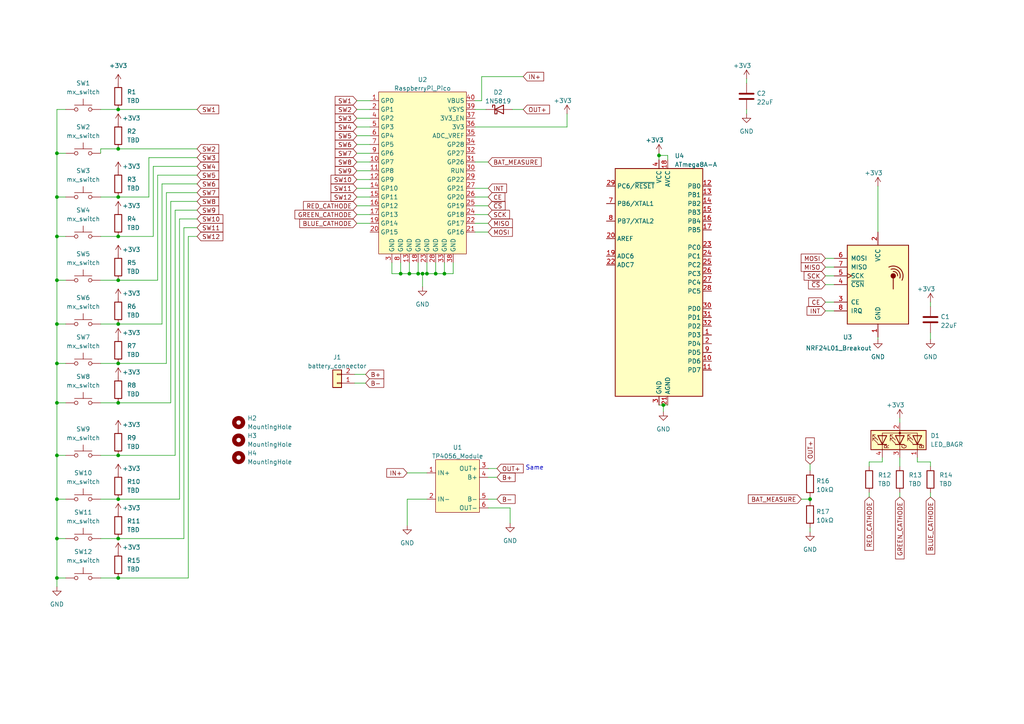
<source format=kicad_sch>
(kicad_sch (version 20211123) (generator eeschema)
  (paper "A4")
  (lib_symbols
    (symbol "Connector_Generic:Conn_01x02" (pin_names (offset 1.016) hide)
      (property "Reference" "J" (at 0 2.54 0))
      (property "Value" "Conn_01x02" (at 0 -5.08 0))
      (symbol "Conn_01x02_1_1"
        (rectangle (start -1.27 -2.413) (end 0 -2.667) (stroke (width 0.1524)))
        (rectangle (start -1.27 0.127) (end 0 -0.127) (stroke (width 0.1524)))
        (rectangle (start -1.27 1.27) (end 1.27 -3.81) (stroke (width 0.254)) (fill (type background)))
        (pin passive line (at -5.08 0 0) (length 3.81) (name "Pin_1") (number "1"))
        (pin passive line (at -5.08 -2.54 0) (length 3.81) (name "Pin_2") (number "2"))
      )
    )
    (symbol "Device:C" (pin_numbers hide) (pin_names (offset 0.254))
      (property "Reference" "C" (at 0.635 2.54 0))
      (property "Value" "C" (at 0.635 -2.54 0))
      (symbol "C_0_1"
        (polyline (pts (xy -2.032 -0.762) (xy 2.032 -0.762)) (stroke (width 0.508)))
        (polyline (pts (xy -2.032 0.762) (xy 2.032 0.762)) (stroke (width 0.508)))
      )
      (symbol "C_1_1"
        (pin passive line (at 0 3.81 270) (length 2.794) (name "~") (number "1"))
        (pin passive line (at 0 -3.81 90) (length 2.794) (name "~") (number "2"))
      )
    )
    (symbol "Device:LED_BAGR" (pin_names (offset 0) hide)
      (property "Reference" "D" (at 0 9.398 0))
      (property "Value" "LED_BAGR" (at 0 -8.89 0))
      (symbol "LED_BAGR_0_0"
        (text "B" (at -1.905 -6.35 0) (effects (font (size 1.27 1.27))))
        (text "G" (at -1.905 -1.27 0) (effects (font (size 1.27 1.27))))
        (text "R" (at -1.905 3.81 0) (effects (font (size 1.27 1.27))))
      )
      (symbol "LED_BAGR_0_1"
        (polyline (pts (xy -1.27 -5.08) (xy -2.54 -5.08)))
        (polyline (pts (xy -1.27 -5.08) (xy 1.27 -5.08)))
        (polyline (pts (xy -1.27 -3.81) (xy -1.27 -6.35)) (stroke (width 0.254)))
        (polyline (pts (xy -1.27 0) (xy -2.54 0)))
        (polyline (pts (xy -1.27 1.27) (xy -1.27 -1.27)) (stroke (width 0.254)))
        (polyline (pts (xy -1.27 5.08) (xy -2.54 5.08)))
        (polyline (pts (xy -1.27 5.08) (xy 1.27 5.08)))
        (polyline (pts (xy -1.27 6.35) (xy -1.27 3.81)) (stroke (width 0.254)))
        (polyline (pts (xy 1.27 0) (xy -1.27 0)))
        (polyline (pts (xy 1.27 0) (xy 2.54 0)))
        (polyline (pts (xy -1.27 1.27) (xy -1.27 -1.27) (xy -1.27 -1.27)))
        (polyline (pts (xy -1.27 6.35) (xy -1.27 3.81) (xy -1.27 3.81)))
        (polyline (pts (xy 1.27 -5.08) (xy 2.032 -5.08) (xy 2.032 5.08) (xy 1.27 5.08)))
        (polyline (pts (xy 1.27 -3.81) (xy 1.27 -6.35) (xy -1.27 -5.08) (xy 1.27 -3.81)) (stroke (width 0.254)))
        (polyline (pts (xy 1.27 1.27) (xy 1.27 -1.27) (xy -1.27 0) (xy 1.27 1.27)) (stroke (width 0.254)))
        (polyline (pts (xy 1.27 6.35) (xy 1.27 3.81) (xy -1.27 5.08) (xy 1.27 6.35)) (stroke (width 0.254)))
        (polyline (pts (xy -1.016 -3.81) (xy 0.508 -2.286) (xy -0.254 -2.286) (xy 0.508 -2.286) (xy 0.508 -3.048)))
        (polyline (pts (xy -1.016 1.27) (xy 0.508 2.794) (xy -0.254 2.794) (xy 0.508 2.794) (xy 0.508 2.032)))
        (polyline (pts (xy -1.016 6.35) (xy 0.508 7.874) (xy -0.254 7.874) (xy 0.508 7.874) (xy 0.508 7.112)))
        (polyline (pts (xy 0 -3.81) (xy 1.524 -2.286) (xy 0.762 -2.286) (xy 1.524 -2.286) (xy 1.524 -3.048)))
        (polyline (pts (xy 0 1.27) (xy 1.524 2.794) (xy 0.762 2.794) (xy 1.524 2.794) (xy 1.524 2.032)))
        (polyline (pts (xy 0 6.35) (xy 1.524 7.874) (xy 0.762 7.874) (xy 1.524 7.874) (xy 1.524 7.112)))
        (rectangle (start 1.27 -1.27) (end 1.27 1.27))
        (rectangle (start 1.27 1.27) (end 1.27 1.27))
        (rectangle (start 1.27 3.81) (end 1.27 6.35))
        (rectangle (start 1.27 6.35) (end 1.27 6.35))
        (circle (center 2.032 0) (radius 0.254) (fill (type outline)))
        (rectangle (start 2.794 8.382) (end -2.794 -7.62) (stroke (width 0.254)) (fill (type background)))
      )
      (symbol "LED_BAGR_1_1"
        (pin passive line (at -5.08 -5.08 0) (length 2.54) (name "BK") (number "1"))
        (pin passive line (at 5.08 0 180) (length 2.54) (name "A") (number "2"))
        (pin passive line (at -5.08 0 0) (length 2.54) (name "GK") (number "3"))
        (pin passive line (at -5.08 5.08 0) (length 2.54) (name "RK") (number "4"))
      )
    )
    (symbol "Device:R" (pin_numbers hide) (pin_names (offset 0))
      (property "Reference" "R" (at 2.032 0 90))
      (property "Value" "R" (at 0 0 90))
      (symbol "R_0_1"
        (rectangle (start -1.016 -2.54) (end 1.016 2.54) (stroke (width 0.254)))
      )
      (symbol "R_1_1"
        (pin passive line (at 0 3.81 270) (length 1.27) (name "~") (number "1"))
        (pin passive line (at 0 -3.81 90) (length 1.27) (name "~") (number "2"))
      )
    )
    (symbol "Diode:1N5819" (pin_numbers hide) (pin_names (offset 1.016) hide)
      (property "Reference" "D" (at 0 2.54 0))
      (property "Value" "1N5819" (at 0 -2.54 0))
      (symbol "1N5819_0_1"
        (polyline (pts (xy 1.27 0) (xy -1.27 0)))
        (polyline (pts (xy 1.27 1.27) (xy 1.27 -1.27) (xy -1.27 0) (xy 1.27 1.27)) (stroke (width 0.254)))
        (polyline (pts (xy -1.905 0.635) (xy -1.905 1.27) (xy -1.27 1.27) (xy -1.27 -1.27) (xy -0.635 -1.27) (xy -0.635 -0.635)) (stroke (width 0.254)))
      )
      (symbol "1N5819_1_1"
        (pin passive line (at -3.81 0 0) (length 2.54) (name "K") (number "1"))
        (pin passive line (at 3.81 0 180) (length 2.54) (name "A") (number "2"))
      )
    )
    (symbol "MCU_Microchip_ATmega:ATmega8A-A"
      (property "Reference" "U" (at -12.7 34.29 0))
      (property "Value" "ATmega8A-A" (at 5.08 -34.29 0))
      (symbol "ATmega8A-A_0_1"
        (rectangle (start -12.7 -33.02) (end 12.7 33.02) (stroke (width 0.254)) (fill (type background)))
      )
      (symbol "ATmega8A-A_1_1"
        (pin bidirectional line (at 15.24 -15.24 180) (length 2.54) (name "PD3") (number "1"))
        (pin bidirectional line (at 15.24 -22.86 180) (length 2.54) (name "PD6") (number "10"))
        (pin bidirectional line (at 15.24 -25.4 180) (length 2.54) (name "PD7") (number "11"))
        (pin bidirectional line (at 15.24 27.94 180) (length 2.54) (name "PB0") (number "12"))
        (pin bidirectional line (at 15.24 25.4 180) (length 2.54) (name "PB1") (number "13"))
        (pin bidirectional line (at 15.24 22.86 180) (length 2.54) (name "PB2") (number "14"))
        (pin bidirectional line (at 15.24 20.32 180) (length 2.54) (name "PB3") (number "15"))
        (pin bidirectional line (at 15.24 17.78 180) (length 2.54) (name "PB4") (number "16"))
        (pin bidirectional line (at 15.24 15.24 180) (length 2.54) (name "PB5") (number "17"))
        (pin power_in line (at 2.54 35.56 270) (length 2.54) (name "AVCC") (number "18"))
        (pin input line (at -15.24 7.62 0) (length 2.54) (name "ADC6") (number "19"))
        (pin bidirectional line (at 15.24 -17.78 180) (length 2.54) (name "PD4") (number "2"))
        (pin passive line (at -15.24 12.7 0) (length 2.54) (name "AREF") (number "20"))
        (pin power_in line (at 2.54 -35.56 90) (length 2.54) (name "AGND") (number "21"))
        (pin input line (at -15.24 5.08 0) (length 2.54) (name "ADC7") (number "22"))
        (pin bidirectional line (at 15.24 10.16 180) (length 2.54) (name "PC0") (number "23"))
        (pin bidirectional line (at 15.24 7.62 180) (length 2.54) (name "PC1") (number "24"))
        (pin bidirectional line (at 15.24 5.08 180) (length 2.54) (name "PC2") (number "25"))
        (pin bidirectional line (at 15.24 2.54 180) (length 2.54) (name "PC3") (number "26"))
        (pin bidirectional line (at 15.24 0 180) (length 2.54) (name "PC4") (number "27"))
        (pin bidirectional line (at 15.24 -2.54 180) (length 2.54) (name "PC5") (number "28"))
        (pin bidirectional line (at -15.24 27.94 0) (length 2.54) (name "PC6/~{RESET}") (number "29"))
        (pin power_in line (at 0 -35.56 90) (length 2.54) (name "GND") (number "3"))
        (pin bidirectional line (at 15.24 -7.62 180) (length 2.54) (name "PD0") (number "30"))
        (pin bidirectional line (at 15.24 -10.16 180) (length 2.54) (name "PD1") (number "31"))
        (pin bidirectional line (at 15.24 -12.7 180) (length 2.54) (name "PD2") (number "32"))
        (pin power_in line (at 0 35.56 270) (length 2.54) (name "VCC") (number "4"))
        (pin passive line (at 0 -35.56 90) (length 2.54) hide (name "GND") (number "5"))
        (pin passive line (at 0 35.56 270) (length 2.54) hide (name "VCC") (number "6"))
        (pin bidirectional line (at -15.24 22.86 0) (length 2.54) (name "PB6/XTAL1") (number "7"))
        (pin bidirectional line (at -15.24 17.78 0) (length 2.54) (name "PB7/XTAL2") (number "8"))
        (pin bidirectional line (at 15.24 -20.32 180) (length 2.54) (name "PD5") (number "9"))
      )
    )
    (symbol "Mechanical:MountingHole" (pin_names (offset 1.016))
      (property "Reference" "H" (at 0 5.08 0))
      (property "Value" "MountingHole" (at 0 3.175 0))
      (symbol "MountingHole_0_1"
        (circle (center 0 0) (radius 1.27) (stroke (width 1.27)))
      )
    )
    (symbol "RF:NRF24L01_Breakout" (pin_names (offset 1.016))
      (property "Reference" "U" (at -8.89 12.7 0))
      (property "Value" "NRF24L01_Breakout" (at 3.81 12.7 0))
      (symbol "NRF24L01_Breakout_0_1"
        (rectangle (start -8.89 11.43) (end 8.89 -11.43) (stroke (width 0.254)) (fill (type background)))
        (polyline (pts (xy 4.445 1.905) (xy 4.445 -1.27)) (stroke (width 0.254)))
        (circle (center 4.445 2.54) (radius 0.635) (stroke (width 0.254)) (fill (type outline)))
        (arc (start 5.715 2.54) (mid 5.3521 3.4546) (end 4.445 3.81) (stroke (width 0.254)))
        (arc (start 6.35 1.905) (mid 5.8763 3.9854) (end 3.81 4.445) (stroke (width 0.254)))
        (arc (start 6.985 1.27) (mid 6.453 4.548) (end 3.175 5.08) (stroke (width 0.254)))
      )
      (symbol "NRF24L01_Breakout_1_1"
        (pin power_in line (at 0 -15.24 90) (length 3.81) (name "GND") (number "1"))
        (pin power_in line (at 0 15.24 270) (length 3.81) (name "VCC") (number "2"))
        (pin input line (at -12.7 -5.08 0) (length 3.81) (name "CE") (number "3"))
        (pin input line (at -12.7 0 0) (length 3.81) (name "~{CSN}") (number "4"))
        (pin input clock (at -12.7 2.54 0) (length 3.81) (name "SCK") (number "5"))
        (pin input line (at -12.7 7.62 0) (length 3.81) (name "MOSI") (number "6"))
        (pin output line (at -12.7 5.08 0) (length 3.81) (name "MISO") (number "7"))
        (pin output line (at -12.7 -7.62 0) (length 3.81) (name "IRQ") (number "8"))
      )
    )
    (symbol "Switch:SW_Push" (pin_numbers hide) (pin_names (offset 1.016) hide)
      (property "Reference" "SW" (at 1.27 2.54 0))
      (property "Value" "SW_Push" (at 0 -1.524 0))
      (symbol "SW_Push_0_1"
        (circle (center -2.032 0) (radius 0.508))
        (polyline (pts (xy 0 1.27) (xy 0 3.048)))
        (polyline (pts (xy 2.54 1.27) (xy -2.54 1.27)))
        (circle (center 2.032 0) (radius 0.508))
        (pin passive line (at -5.08 0 0) (length 2.54) (name "1") (number "1"))
        (pin passive line (at 5.08 0 180) (length 2.54) (name "2") (number "2"))
      )
    )
    (symbol "pi_pico:RaspberryPi_Pico"
      (property "Reference" "U" (at 0 5.08 0))
      (property "Value" "RaspberryPi_Pico" (at 0 2.54 0))
      (symbol "RaspberryPi_Pico_0_1"
        (rectangle (start -11.43 1.27) (end 13.97 -45.72) (fill (type background)))
      )
      (symbol "RaspberryPi_Pico_1_1"
        (pin input line (at -13.97 -1.27 0) (length 2.54) (name "GP0") (number "1"))
        (pin input line (at -13.97 -19.05 0) (length 2.54) (name "GP7") (number "10"))
        (pin input line (at -13.97 -21.59 0) (length 2.54) (name "GP8") (number "11"))
        (pin input line (at -13.97 -24.13 0) (length 2.54) (name "GP9") (number "12"))
        (pin input line (at -2.54 -48.26 90) (length 2.54) (name "GND") (number "13"))
        (pin input line (at -13.97 -26.67 0) (length 2.54) (name "GP10") (number "14"))
        (pin input line (at -13.97 -29.21 0) (length 2.54) (name "GP11") (number "15"))
        (pin input line (at -13.97 -31.75 0) (length 2.54) (name "GP12") (number "16"))
        (pin input line (at -13.97 -34.29 0) (length 2.54) (name "GP13") (number "17"))
        (pin input line (at 0 -48.26 90) (length 2.54) (name "GND") (number "18"))
        (pin input line (at -13.97 -36.83 0) (length 2.54) (name "GP14") (number "19"))
        (pin input line (at -13.97 -3.81 0) (length 2.54) (name "GP1") (number "2"))
        (pin input line (at -13.97 -39.37 0) (length 2.54) (name "GP15") (number "20"))
        (pin input line (at 16.51 -39.37 180) (length 2.54) (name "GP16") (number "21"))
        (pin input line (at 16.51 -36.83 180) (length 2.54) (name "GP17") (number "22"))
        (pin input line (at 2.54 -48.26 90) (length 2.54) (name "GND") (number "23"))
        (pin input line (at 16.51 -34.29 180) (length 2.54) (name "GP18") (number "24"))
        (pin input line (at 16.51 -31.75 180) (length 2.54) (name "GP19") (number "25"))
        (pin input line (at 16.51 -29.21 180) (length 2.54) (name "GP20") (number "26"))
        (pin input line (at 16.51 -26.67 180) (length 2.54) (name "GP21") (number "27"))
        (pin input line (at 5.08 -48.26 90) (length 2.54) (name "GND") (number "28"))
        (pin input line (at 16.51 -24.13 180) (length 2.54) (name "GP22") (number "29"))
        (pin input line (at -7.62 -48.26 90) (length 2.54) (name "GND") (number "3"))
        (pin input line (at 16.51 -21.59 180) (length 2.54) (name "RUN") (number "30"))
        (pin input line (at 16.51 -19.05 180) (length 2.54) (name "GP26") (number "31"))
        (pin input line (at 16.51 -16.51 180) (length 2.54) (name "GP27") (number "32"))
        (pin input line (at 7.62 -48.26 90) (length 2.54) (name "GND") (number "33"))
        (pin input line (at 16.51 -13.97 180) (length 2.54) (name "GP28") (number "34"))
        (pin input line (at 16.51 -11.43 180) (length 2.54) (name "ADC_VREF") (number "35"))
        (pin input line (at 16.51 -8.89 180) (length 2.54) (name "3V3") (number "36"))
        (pin input line (at 16.51 -6.35 180) (length 2.54) (name "3V3_EN") (number "37"))
        (pin input line (at 10.16 -48.26 90) (length 2.54) (name "GND") (number "38"))
        (pin input line (at 16.51 -3.81 180) (length 2.54) (name "VSYS") (number "39"))
        (pin input line (at -13.97 -6.35 0) (length 2.54) (name "GP2") (number "4"))
        (pin input line (at 16.51 -1.27 180) (length 2.54) (name "VBUS") (number "40"))
        (pin input line (at -13.97 -8.89 0) (length 2.54) (name "GP3") (number "5"))
        (pin input line (at -13.97 -11.43 0) (length 2.54) (name "GP4") (number "6"))
        (pin input line (at -13.97 -13.97 0) (length 2.54) (name "GP5") (number "7"))
        (pin input line (at -5.08 -48.26 90) (length 2.54) (name "GND") (number "8"))
        (pin input line (at -13.97 -16.51 0) (length 2.54) (name "GP6") (number "9"))
      )
    )
    (symbol "power:+3V3" (power) (pin_names (offset 0))
      (property "Value" "+3V3" (at 0 3.556 0))
      (symbol "+3V3_0_1"
        (polyline (pts (xy -0.762 1.27) (xy 0 2.54)))
        (polyline (pts (xy 0 0) (xy 0 2.54)))
        (polyline (pts (xy 0 2.54) (xy 0.762 1.27)))
      )
      (symbol "+3V3_1_1"
        (pin power_in line (at 0 0 90) (length 0) hide (name "+3V3") (number "1"))
      )
    )
    (symbol "power:GND" (power) (pin_names (offset 0))
      (property "Value" "GND" (at 0 -3.81 0))
      (symbol "GND_0_1"
        (polyline (pts (xy 0 0) (xy 0 -1.27) (xy 1.27 -1.27) (xy 0 -2.54) (xy -1.27 -1.27) (xy 0 -1.27)))
      )
      (symbol "GND_1_1"
        (pin power_in line (at 0 0 270) (length 0) hide (name "GND") (number "1"))
      )
    )
    (symbol "tp4056_module:TP4056_Module"
      (property "Reference" "U" (at 0 10.16 0))
      (property "Value" "TP4056_Module" (at 0 7.62 0))
      (symbol "TP4056_Module_0_1"
        (rectangle (start -6.35 6.35) (end 6.35 -8.89) (fill (type background)))
      )
      (symbol "TP4056_Module_1_1"
        (pin input line (at -8.89 2.54 0) (length 2.54) (name "IN+") (number "1"))
        (pin input line (at -8.89 -5.08 0) (length 2.54) (name "IN-") (number "2"))
        (pin input line (at 8.89 3.81 180) (length 2.54) (name "OUT+") (number "3"))
        (pin input line (at 8.89 1.27 180) (length 2.54) (name "B+") (number "4"))
        (pin input line (at 8.89 -5.08 180) (length 2.54) (name "B-") (number "5"))
        (pin input line (at 8.89 -7.62 180) (length 2.54) (name "OUT-") (number "6"))
      )
    )
  )
  (junction (at 16.51 156.21))
  (junction (at 16.51 105.41))
  (junction (at 34.29 57.15))
  (junction (at 118.745 79.375))
  (junction (at 34.29 156.21))
  (junction (at 16.51 132.08))
  (junction (at 16.51 93.98))
  (junction (at 34.29 116.84))
  (junction (at 34.29 81.28))
  (junction (at 16.51 44.45))
  (junction (at 34.29 132.08))
  (junction (at 123.825 79.375))
  (junction (at 191.135 45.085))
  (junction (at 122.555 79.375))
  (junction (at 34.29 167.64))
  (junction (at 128.905 79.375))
  (junction (at 16.51 57.15))
  (junction (at 16.51 144.78))
  (junction (at 34.29 43.18))
  (junction (at 34.29 105.41))
  (junction (at 126.365 79.375))
  (junction (at 16.51 116.84))
  (junction (at 234.95 144.78))
  (junction (at 34.29 144.78))
  (junction (at 116.205 79.375))
  (junction (at 121.285 79.375))
  (junction (at 34.29 31.75))
  (junction (at 16.51 167.64))
  (junction (at 192.405 117.475))
  (junction (at 34.29 93.98))
  (junction (at 16.51 81.28))
  (junction (at 34.29 68.58))
  (junction (at 16.51 68.58))
  (wire (pts (xy 16.51 81.28) (xy 16.51 93.98)))
  (wire (pts (xy 103.505 44.45) (xy 107.315 44.45)))
  (wire (pts (xy 254.635 97.79) (xy 254.635 98.425)))
  (wire (pts (xy 141.605 138.43) (xy 144.145 138.43)))
  (wire (pts (xy 16.51 31.75) (xy 19.05 31.75)))
  (wire (pts (xy 44.45 68.58) (xy 34.29 68.58)))
  (wire (pts (xy 141.605 135.89) (xy 144.145 135.89)))
  (wire (pts (xy 260.985 132.715) (xy 260.985 135.255)))
  (wire (pts (xy 216.535 31.75) (xy 216.535 33.02)))
  (wire (pts (xy 16.51 44.45) (xy 19.05 44.45)))
  (wire (pts (xy 239.395 82.55) (xy 241.935 82.55)))
  (wire (pts (xy 57.15 48.26) (xy 44.45 48.26)))
  (wire (pts (xy 103.505 57.15) (xy 107.315 57.15)))
  (wire (pts (xy 164.465 36.83) (xy 137.795 36.83)))
  (wire (pts (xy 54.61 167.64) (xy 54.61 68.58)))
  (wire (pts (xy 118.745 79.375) (xy 121.285 79.375)))
  (wire (pts (xy 49.53 116.84) (xy 34.29 116.84)))
  (wire (pts (xy 116.205 79.375) (xy 118.745 79.375)))
  (wire (pts (xy 137.795 64.77) (xy 141.605 64.77)))
  (wire (pts (xy 103.505 31.75) (xy 107.315 31.75)))
  (wire (pts (xy 118.745 76.2) (xy 118.745 79.375)))
  (wire (pts (xy 239.395 80.01) (xy 241.935 80.01)))
  (wire (pts (xy 29.21 43.18) (xy 29.21 44.45)))
  (wire (pts (xy 139.7 29.21) (xy 139.7 22.225)))
  (wire (pts (xy 103.505 64.77) (xy 107.315 64.77)))
  (wire (pts (xy 193.675 45.085) (xy 193.675 46.355)))
  (wire (pts (xy 191.135 45.085) (xy 193.675 45.085)))
  (wire (pts (xy 29.21 81.28) (xy 34.29 81.28)))
  (wire (pts (xy 269.875 96.52) (xy 269.875 98.425)))
  (wire (pts (xy 52.07 63.5) (xy 57.15 63.5)))
  (wire (pts (xy 191.135 117.475) (xy 192.405 117.475)))
  (wire (pts (xy 16.51 105.41) (xy 16.51 116.84)))
  (wire (pts (xy 137.795 46.99) (xy 141.605 46.99)))
  (wire (pts (xy 16.51 167.64) (xy 19.05 167.64)))
  (wire (pts (xy 118.11 137.16) (xy 123.825 137.16)))
  (wire (pts (xy 191.135 44.45) (xy 191.135 45.085)))
  (wire (pts (xy 103.505 52.07) (xy 107.315 52.07)))
  (wire (pts (xy 34.29 57.15) (xy 29.21 57.15)))
  (wire (pts (xy 34.29 81.28) (xy 45.72 81.28)))
  (wire (pts (xy 147.955 151.765) (xy 147.955 147.32)))
  (wire (pts (xy 239.395 77.47) (xy 241.935 77.47)))
  (wire (pts (xy 16.51 116.84) (xy 19.05 116.84)))
  (wire (pts (xy 260.985 142.875) (xy 260.985 144.145)))
  (wire (pts (xy 126.365 79.375) (xy 128.905 79.375)))
  (wire (pts (xy 192.405 117.475) (xy 192.405 119.38)))
  (wire (pts (xy 57.15 53.34) (xy 46.99 53.34)))
  (wire (pts (xy 141.605 147.32) (xy 147.955 147.32)))
  (wire (pts (xy 48.26 55.88) (xy 57.15 55.88)))
  (wire (pts (xy 252.095 133.985) (xy 252.095 135.255)))
  (wire (pts (xy 103.505 39.37) (xy 107.315 39.37)))
  (wire (pts (xy 103.505 34.29) (xy 107.315 34.29)))
  (wire (pts (xy 103.505 62.23) (xy 107.315 62.23)))
  (wire (pts (xy 137.795 59.69) (xy 141.605 59.69)))
  (wire (pts (xy 103.505 49.53) (xy 107.315 49.53)))
  (wire (pts (xy 102.87 108.585) (xy 106.045 108.585)))
  (wire (pts (xy 16.51 57.15) (xy 16.51 68.58)))
  (wire (pts (xy 52.07 144.78) (xy 52.07 63.5)))
  (wire (pts (xy 16.51 132.08) (xy 16.51 144.78)))
  (wire (pts (xy 34.29 116.84) (xy 29.21 116.84)))
  (wire (pts (xy 49.53 58.42) (xy 49.53 116.84)))
  (wire (pts (xy 121.285 79.375) (xy 122.555 79.375)))
  (wire (pts (xy 123.825 79.375) (xy 126.365 79.375)))
  (wire (pts (xy 121.285 76.2) (xy 121.285 79.375)))
  (wire (pts (xy 137.795 57.15) (xy 141.605 57.15)))
  (wire (pts (xy 50.8 132.08) (xy 50.8 60.96)))
  (wire (pts (xy 260.985 121.285) (xy 260.985 122.555)))
  (wire (pts (xy 234.95 154.305) (xy 234.95 153.035)))
  (wire (pts (xy 16.51 57.15) (xy 16.51 44.45)))
  (wire (pts (xy 16.51 68.58) (xy 16.51 81.28)))
  (wire (pts (xy 252.095 142.875) (xy 252.095 144.145)))
  (wire (pts (xy 43.18 45.72) (xy 43.18 57.15)))
  (wire (pts (xy 16.51 144.78) (xy 16.51 156.21)))
  (wire (pts (xy 128.905 79.375) (xy 131.445 79.375)))
  (wire (pts (xy 255.905 133.985) (xy 252.095 133.985)))
  (wire (pts (xy 113.665 79.375) (xy 113.665 76.2)))
  (wire (pts (xy 29.21 105.41) (xy 34.29 105.41)))
  (wire (pts (xy 116.205 76.2) (xy 116.205 79.375)))
  (wire (pts (xy 16.51 68.58) (xy 19.05 68.58)))
  (wire (pts (xy 193.675 117.475) (xy 192.405 117.475)))
  (wire (pts (xy 34.29 43.18) (xy 29.21 43.18)))
  (wire (pts (xy 148.59 31.75) (xy 151.765 31.75)))
  (wire (pts (xy 254.635 53.975) (xy 254.635 67.31)))
  (wire (pts (xy 34.29 144.78) (xy 52.07 144.78)))
  (wire (pts (xy 232.41 144.78) (xy 234.95 144.78)))
  (wire (pts (xy 103.505 29.21) (xy 107.315 29.21)))
  (wire (pts (xy 103.505 41.91) (xy 107.315 41.91)))
  (wire (pts (xy 43.18 57.15) (xy 34.29 57.15)))
  (wire (pts (xy 269.875 88.9) (xy 269.875 87.63)))
  (wire (pts (xy 16.51 144.78) (xy 19.05 144.78)))
  (wire (pts (xy 103.505 59.69) (xy 107.315 59.69)))
  (wire (pts (xy 34.29 167.64) (xy 29.21 167.64)))
  (wire (pts (xy 234.95 134.62) (xy 234.95 136.525)))
  (wire (pts (xy 57.15 58.42) (xy 49.53 58.42)))
  (wire (pts (xy 137.795 62.23) (xy 141.605 62.23)))
  (wire (pts (xy 16.51 105.41) (xy 19.05 105.41)))
  (wire (pts (xy 16.51 81.28) (xy 19.05 81.28)))
  (wire (pts (xy 239.395 74.93) (xy 241.935 74.93)))
  (wire (pts (xy 103.505 54.61) (xy 107.315 54.61)))
  (wire (pts (xy 46.99 53.34) (xy 46.99 93.98)))
  (wire (pts (xy 191.135 45.085) (xy 191.135 46.355)))
  (wire (pts (xy 103.505 36.83) (xy 107.315 36.83)))
  (wire (pts (xy 164.465 33.02) (xy 164.465 36.83)))
  (wire (pts (xy 137.795 67.31) (xy 141.605 67.31)))
  (wire (pts (xy 16.51 57.15) (xy 19.05 57.15)))
  (wire (pts (xy 16.51 44.45) (xy 16.51 31.75)))
  (wire (pts (xy 239.395 87.63) (xy 241.935 87.63)))
  (wire (pts (xy 29.21 93.98) (xy 34.29 93.98)))
  (wire (pts (xy 137.795 29.21) (xy 139.7 29.21)))
  (wire (pts (xy 266.065 132.715) (xy 266.065 133.985)))
  (wire (pts (xy 139.7 22.225) (xy 151.765 22.225)))
  (wire (pts (xy 16.51 93.98) (xy 16.51 105.41)))
  (wire (pts (xy 34.29 93.98) (xy 46.99 93.98)))
  (wire (pts (xy 57.15 45.72) (xy 43.18 45.72)))
  (wire (pts (xy 103.505 46.99) (xy 107.315 46.99)))
  (wire (pts (xy 34.29 68.58) (xy 29.21 68.58)))
  (wire (pts (xy 216.535 22.86) (xy 216.535 24.13)))
  (wire (pts (xy 16.51 156.21) (xy 19.05 156.21)))
  (wire (pts (xy 34.29 156.21) (xy 53.34 156.21)))
  (wire (pts (xy 122.555 79.375) (xy 123.825 79.375)))
  (wire (pts (xy 118.11 144.78) (xy 118.11 152.4)))
  (wire (pts (xy 50.8 60.96) (xy 57.15 60.96)))
  (wire (pts (xy 45.72 81.28) (xy 45.72 50.8)))
  (wire (pts (xy 137.795 31.75) (xy 140.97 31.75)))
  (wire (pts (xy 54.61 68.58) (xy 57.15 68.58)))
  (wire (pts (xy 239.395 90.17) (xy 241.935 90.17)))
  (wire (pts (xy 141.605 144.78) (xy 144.145 144.78)))
  (wire (pts (xy 34.29 105.41) (xy 48.26 105.41)))
  (wire (pts (xy 16.51 167.64) (xy 16.51 170.18)))
  (wire (pts (xy 113.665 79.375) (xy 116.205 79.375)))
  (wire (pts (xy 29.21 132.08) (xy 34.29 132.08)))
  (wire (pts (xy 29.21 144.78) (xy 34.29 144.78)))
  (wire (pts (xy 234.95 144.145) (xy 234.95 144.78)))
  (wire (pts (xy 269.875 142.875) (xy 269.875 144.145)))
  (wire (pts (xy 48.26 105.41) (xy 48.26 55.88)))
  (wire (pts (xy 44.45 48.26) (xy 44.45 68.58)))
  (wire (pts (xy 128.905 76.2) (xy 128.905 79.375)))
  (wire (pts (xy 34.29 132.08) (xy 50.8 132.08)))
  (wire (pts (xy 123.825 76.2) (xy 123.825 79.375)))
  (wire (pts (xy 34.29 31.75) (xy 29.21 31.75)))
  (wire (pts (xy 57.15 43.18) (xy 34.29 43.18)))
  (wire (pts (xy 29.21 156.21) (xy 34.29 156.21)))
  (wire (pts (xy 118.11 144.78) (xy 123.825 144.78)))
  (wire (pts (xy 234.95 144.78) (xy 234.95 145.415)))
  (wire (pts (xy 16.51 132.08) (xy 19.05 132.08)))
  (wire (pts (xy 16.51 93.98) (xy 19.05 93.98)))
  (wire (pts (xy 255.905 132.715) (xy 255.905 133.985)))
  (wire (pts (xy 102.87 111.125) (xy 106.045 111.125)))
  (wire (pts (xy 16.51 116.84) (xy 16.51 132.08)))
  (wire (pts (xy 34.29 31.75) (xy 57.15 31.75)))
  (wire (pts (xy 269.875 133.985) (xy 269.875 135.255)))
  (wire (pts (xy 122.555 83.185) (xy 122.555 79.375)))
  (wire (pts (xy 53.34 66.04) (xy 57.15 66.04)))
  (wire (pts (xy 34.29 167.64) (xy 54.61 167.64)))
  (wire (pts (xy 137.795 54.61) (xy 141.605 54.61)))
  (wire (pts (xy 131.445 76.2) (xy 131.445 79.375)))
  (wire (pts (xy 16.51 156.21) (xy 16.51 167.64)))
  (wire (pts (xy 266.065 133.985) (xy 269.875 133.985)))
  (wire (pts (xy 45.72 50.8) (xy 57.15 50.8)))
  (wire (pts (xy 53.34 156.21) (xy 53.34 66.04)))
  (wire (pts (xy 126.365 76.2) (xy 126.365 79.375)))
  (text "Same" (at 152.4 136.525 0) (effects (font (size 1.27 1.27)) (justify left bottom)))
  (global_label "MOSI" (shape input) (at 141.605 67.31 0) (property "Intersheet References" "${INTERSHEET_REFS}" (effects hide)))
  (global_label "IN+" (shape input) (at 151.765 22.225 0) (property "Intersheet References" "${INTERSHEET_REFS}" (effects hide)))
  (global_label "SW9" (shape input) (at 57.15 60.96 0) (property "Intersheet References" "${INTERSHEET_REFS}" (effects hide)))
  (global_label "SW4" (shape input) (at 57.15 48.26 0) (property "Intersheet References" "${INTERSHEET_REFS}" (effects hide)))
  (global_label "~{CS}" (shape input) (at 141.605 59.69 0) (property "Intersheet References" "${INTERSHEET_REFS}" (effects hide)))
  (global_label "SW2" (shape input) (at 57.15 43.18 0) (property "Intersheet References" "${INTERSHEET_REFS}" (effects hide)))
  (global_label "OUT+" (shape input) (at 151.765 31.75 0) (property "Intersheet References" "${INTERSHEET_REFS}" (effects hide)))
  (global_label "INT" (shape input) (at 239.395 90.17 180) (property "Intersheet References" "${INTERSHEET_REFS}" (effects hide)))
  (global_label "BLUE_CATHODE" (shape input) (at 269.875 144.145 270) (property "Intersheet References" "${INTERSHEET_REFS}" (effects hide)))
  (global_label "GREEN_CATHODE" (shape input) (at 103.505 62.23 180) (property "Intersheet References" "${INTERSHEET_REFS}" (effects hide)))
  (global_label "BAT_MEASURE" (shape input) (at 232.41 144.78 180) (property "Intersheet References" "${INTERSHEET_REFS}" (effects hide)))
  (global_label "SW2" (shape input) (at 103.505 31.75 180) (property "Intersheet References" "${INTERSHEET_REFS}" (effects hide)))
  (global_label "SW5" (shape input) (at 103.505 39.37 180) (property "Intersheet References" "${INTERSHEET_REFS}" (effects hide)))
  (global_label "SW6" (shape input) (at 103.505 41.91 180) (property "Intersheet References" "${INTERSHEET_REFS}" (effects hide)))
  (global_label "RED_CATHODE" (shape input) (at 252.095 144.145 270) (property "Intersheet References" "${INTERSHEET_REFS}" (effects hide)))
  (global_label "GREEN_CATHODE" (shape input) (at 260.985 144.145 270) (property "Intersheet References" "${INTERSHEET_REFS}" (effects hide)))
  (global_label "SCK" (shape input) (at 239.395 80.01 180) (property "Intersheet References" "${INTERSHEET_REFS}" (effects hide)))
  (global_label "SW9" (shape input) (at 103.505 49.53 180) (property "Intersheet References" "${INTERSHEET_REFS}" (effects hide)))
  (global_label "SW10" (shape input) (at 57.15 63.5 0) (property "Intersheet References" "${INTERSHEET_REFS}" (effects hide)))
  (global_label "OUT+" (shape input) (at 144.145 135.89 0) (property "Intersheet References" "${INTERSHEET_REFS}" (effects hide)))
  (global_label "CE" (shape input) (at 239.395 87.63 180) (property "Intersheet References" "${INTERSHEET_REFS}" (effects hide)))
  (global_label "RED_CATHODE" (shape input) (at 103.505 59.69 180) (property "Intersheet References" "${INTERSHEET_REFS}" (effects hide)))
  (global_label "SW7" (shape input) (at 103.505 44.45 180) (property "Intersheet References" "${INTERSHEET_REFS}" (effects hide)))
  (global_label "BLUE_CATHODE" (shape input) (at 103.505 64.77 180) (property "Intersheet References" "${INTERSHEET_REFS}" (effects hide)))
  (global_label "MOSI" (shape input) (at 239.395 74.93 180) (property "Intersheet References" "${INTERSHEET_REFS}" (effects hide)))
  (global_label "SCK" (shape input) (at 141.605 62.23 0) (property "Intersheet References" "${INTERSHEET_REFS}" (effects hide)))
  (global_label "B+" (shape input) (at 106.045 108.585 0) (property "Intersheet References" "${INTERSHEET_REFS}" (effects hide)))
  (global_label "MISO" (shape input) (at 239.395 77.47 180) (property "Intersheet References" "${INTERSHEET_REFS}" (effects hide)))
  (global_label "SW11" (shape input) (at 57.15 66.04 0) (property "Intersheet References" "${INTERSHEET_REFS}" (effects hide)))
  (global_label "OUT+" (shape input) (at 234.95 134.62 90) (property "Intersheet References" "${INTERSHEET_REFS}" (effects hide)))
  (global_label "SW4" (shape input) (at 103.505 36.83 180) (property "Intersheet References" "${INTERSHEET_REFS}" (effects hide)))
  (global_label "SW5" (shape input) (at 57.15 50.8 0) (property "Intersheet References" "${INTERSHEET_REFS}" (effects hide)))
  (global_label "SW8" (shape input) (at 57.15 58.42 0) (property "Intersheet References" "${INTERSHEET_REFS}" (effects hide)))
  (global_label "SW3" (shape input) (at 103.505 34.29 180) (property "Intersheet References" "${INTERSHEET_REFS}" (effects hide)))
  (global_label "BAT_MEASURE" (shape input) (at 141.605 46.99 0) (property "Intersheet References" "${INTERSHEET_REFS}" (effects hide)))
  (global_label "SW10" (shape input) (at 103.505 52.07 180) (property "Intersheet References" "${INTERSHEET_REFS}" (effects hide)))
  (global_label "SW8" (shape input) (at 103.505 46.99 180) (property "Intersheet References" "${INTERSHEET_REFS}" (effects hide)))
  (global_label "SW6" (shape input) (at 57.15 53.34 0) (property "Intersheet References" "${INTERSHEET_REFS}" (effects hide)))
  (global_label "SW12" (shape input) (at 57.15 68.58 0) (property "Intersheet References" "${INTERSHEET_REFS}" (effects hide)))
  (global_label "SW1" (shape input) (at 57.15 31.75 0) (property "Intersheet References" "${INTERSHEET_REFS}" (effects hide)))
  (global_label "SW11" (shape input) (at 103.505 54.61 180) (property "Intersheet References" "${INTERSHEET_REFS}" (effects hide)))
  (global_label "MISO" (shape input) (at 141.605 64.77 0) (property "Intersheet References" "${INTERSHEET_REFS}" (effects hide)))
  (global_label "IN+" (shape input) (at 118.11 137.16 180) (property "Intersheet References" "${INTERSHEET_REFS}" (effects hide)))
  (global_label "~{CS}" (shape input) (at 239.395 82.55 180) (property "Intersheet References" "${INTERSHEET_REFS}" (effects hide)))
  (global_label "SW1" (shape input) (at 103.505 29.21 180) (property "Intersheet References" "${INTERSHEET_REFS}" (effects hide)))
  (global_label "INT" (shape input) (at 141.605 54.61 0) (property "Intersheet References" "${INTERSHEET_REFS}" (effects hide)))
  (global_label "SW3" (shape input) (at 57.15 45.72 0) (property "Intersheet References" "${INTERSHEET_REFS}" (effects hide)))
  (global_label "SW12" (shape input) (at 103.505 57.15 180) (property "Intersheet References" "${INTERSHEET_REFS}" (effects hide)))
  (global_label "B-" (shape input) (at 144.145 144.78 0) (property "Intersheet References" "${INTERSHEET_REFS}" (effects hide)))
  (global_label "B+" (shape input) (at 144.145 138.43 0) (property "Intersheet References" "${INTERSHEET_REFS}" (effects hide)))
  (global_label "CE" (shape input) (at 141.605 57.15 0) (property "Intersheet References" "${INTERSHEET_REFS}" (effects hide)))
  (global_label "SW7" (shape input) (at 57.15 55.88 0) (property "Intersheet References" "${INTERSHEET_REFS}" (effects hide)))
  (global_label "B-" (shape input) (at 106.045 111.125 0) (property "Intersheet References" "${INTERSHEET_REFS}" (effects hide)))
  (symbol (lib_id "Device:R") (at 34.29 53.34 0) (unit 1)
    (property "Reference" "R3" (at 36.83 52.0699 0) (effects (justify left)))
    (property "Value" "TBD" (at 36.83 54.6099 0) (effects (justify left)))
    (property "Footprint" "Resistor_SMD:R_1206_3216Metric" (effects hide))
  )
  (symbol (lib_id "power:GND") (at 122.555 83.185 0) (unit 1)
    (property "Reference" "#PWR09" (effects hide))
    (property "Value" "GND" (at 122.555 88.265 0))
  )
  (symbol (lib_id "power:GND") (at 269.875 98.425 0) (unit 1)
    (property "Reference" "#PWR0105" (effects hide))
    (property "Value" "GND" (at 269.875 103.505 0))
  )
  (symbol (lib_id "power:GND") (at 234.95 154.305 0) (unit 1)
    (property "Reference" "#PWR0101" (effects hide))
    (property "Value" "GND" (at 234.95 159.385 0))
  )
  (symbol (lib_id "Switch:SW_Push") (at 24.13 93.98 0) (unit 1)
    (property "Reference" "SW6" (at 24.13 86.36 0))
    (property "Value" "mx_switch" (at 24.13 88.9 0))
    (property "Footprint" "Button_Switch_Keyboard:SW_Cherry_MX_1.00u_PCB" (effects hide))
  )
  (symbol (lib_id "Device:R") (at 34.29 39.37 0) (unit 1)
    (property "Reference" "R2" (at 36.83 38.0999 0) (effects (justify left)))
    (property "Value" "TBD" (at 36.83 40.6399 0) (effects (justify left)))
    (property "Footprint" "Resistor_SMD:R_1206_3216Metric" (effects hide))
  )
  (symbol (lib_id "Device:R") (at 34.29 128.27 0) (unit 1)
    (property "Reference" "R9" (at 36.83 126.9999 0) (effects (justify left)))
    (property "Value" "TBD" (at 36.83 129.5399 0) (effects (justify left)))
    (property "Footprint" "Resistor_SMD:R_1206_3216Metric" (effects hide))
  )
  (symbol (lib_id "Switch:SW_Push") (at 24.13 116.84 0) (unit 1)
    (property "Reference" "SW8" (at 24.13 109.22 0))
    (property "Value" "mx_switch" (at 24.13 111.76 0))
    (property "Footprint" "Button_Switch_Keyboard:SW_Cherry_MX_1.00u_PCB" (effects hide))
  )
  (symbol (lib_id "Device:R") (at 34.29 101.6 0) (unit 1)
    (property "Reference" "R7" (at 36.83 100.3299 0) (effects (justify left)))
    (property "Value" "TBD" (at 36.83 102.8699 0) (effects (justify left)))
    (property "Footprint" "Resistor_SMD:R_1206_3216Metric" (effects hide))
  )
  (symbol (lib_id "Device:R") (at 252.095 139.065 0) (unit 1)
    (property "Reference" "R12" (at 254.635 137.7949 0) (effects (justify left)))
    (property "Value" "TBD" (at 254.635 140.3349 0) (effects (justify left)))
    (property "Footprint" "Resistor_SMD:R_1206_3216Metric" (effects hide))
  )
  (symbol (lib_id "power:+3V3") (at 34.29 109.22 0) (unit 1)
    (property "Reference" "#PWR0107" (effects hide))
    (property "Value" "+3V3" (at 38.1 107.95 0))
  )
  (symbol (lib_id "Device:R") (at 234.95 140.335 0) (unit 1)
    (property "Reference" "R16" (at 236.728 139.5003 0) (effects (justify left)))
    (property "Value" "10kΩ" (at 236.728 142.0372 0) (effects (justify left)))
    (property "Footprint" "Resistor_SMD:R_1206_3216Metric" (effects hide))
  )
  (symbol (lib_id "power:+3V3") (at 34.29 35.56 0) (unit 1)
    (property "Reference" "#PWR0108" (effects hide))
    (property "Value" "+3V3" (at 38.1 34.29 0))
  )
  (symbol (lib_id "Mechanical:MountingHole") (at 69.215 132.715 0) (unit 1)
    (property "Reference" "H4" (at 71.755 131.4449 0) (effects (justify left)))
    (property "Value" "MountingHole" (at 71.755 133.9849 0) (effects (justify left)))
    (property "Footprint" "MountingHole:MountingHole_5mm" (effects hide))
  )
  (symbol (lib_id "Device:R") (at 260.985 139.065 0) (unit 1)
    (property "Reference" "R13" (at 263.525 137.7949 0) (effects (justify left)))
    (property "Value" "TBD" (at 263.525 140.3349 0) (effects (justify left)))
    (property "Footprint" "Resistor_SMD:R_1206_3216Metric" (effects hide))
  )
  (symbol (lib_id "power:+3V3") (at 216.535 22.86 0) (unit 1)
    (property "Reference" "#PWR015" (effects hide))
    (property "Value" "+3V3" (at 215.265 19.05 0))
  )
  (symbol (lib_id "RF:NRF24L01_Breakout") (at 254.635 82.55 0) (unit 1)
    (property "Reference" "U3" (at 244.475 97.79 0) (effects (justify left)))
    (property "Value" "NRF24L01_Breakout" (at 233.68 100.965 0) (effects (justify left)))
    (property "Footprint" "RF_Module:nRF24L01_Breakout" (effects hide))
    (property "Datasheet" "http://www.nordicsemi.com/eng/content/download/2730/34105/file/nRF24L01_Product_Specification_v2_0.pdf" (effects hide))
  )
  (symbol (lib_id "power:+3V3") (at 260.985 121.285 0) (unit 1)
    (property "Reference" "#PWR02" (effects hide))
    (property "Value" "+3V3" (at 259.715 117.475 0))
  )
  (symbol (lib_id "power:+3V3") (at 34.29 160.02 0) (unit 1)
    (property "Reference" "#PWR06" (effects hide))
    (property "Value" "+3V3" (at 38.1 158.75 0))
  )
  (symbol (lib_id "Device:R") (at 34.29 64.77 0) (unit 1)
    (property "Reference" "R4" (at 36.83 63.4999 0) (effects (justify left)))
    (property "Value" "TBD" (at 36.83 66.0399 0) (effects (justify left)))
    (property "Footprint" "Resistor_SMD:R_1206_3216Metric" (effects hide))
  )
  (symbol (lib_id "power:GND") (at 254.635 98.425 0) (unit 1)
    (property "Reference" "#PWR012" (effects hide))
    (property "Value" "GND" (at 254.635 103.505 0))
  )
  (symbol (lib_id "power:GND") (at 216.535 33.02 0) (unit 1)
    (property "Reference" "#PWR016" (effects hide))
    (property "Value" "GND" (at 216.535 38.1 0))
  )
  (symbol (lib_id "Switch:SW_Push") (at 24.13 156.21 0) (unit 1)
    (property "Reference" "SW11" (at 24.13 148.59 0))
    (property "Value" "mx_switch" (at 24.13 151.13 0))
    (property "Footprint" "Button_Switch_Keyboard:SW_Cherry_MX_1.00u_PCB" (effects hide))
  )
  (symbol (lib_id "Diode:1N5819") (at 144.78 31.75 0) (unit 1)
    (property "Reference" "D2" (at 144.4625 26.7802 0))
    (property "Value" "1N5819" (at 144.4625 29.3171 0))
    (property "Footprint" "Diode_THT:D_DO-41_SOD81_P10.16mm_Horizontal" (effects hide))
    (property "Datasheet" "http://www.vishay.com/docs/88525/1n5817.pdf" (effects hide))
  )
  (symbol (lib_id "power:+3V3") (at 34.29 137.16 0) (unit 1)
    (property "Reference" "#PWR04" (effects hide))
    (property "Value" "+3V3" (at 38.1 135.89 0))
  )
  (symbol (lib_id "pi_pico:RaspberryPi_Pico") (at 121.285 27.94 0) (unit 1)
    (property "Reference" "U2" (at 122.555 23.0972 0))
    (property "Value" "RaspberryPi_Pico" (at 122.555 25.6341 0))
    (property "Footprint" "pi_pico:raspberry_pi_pico" (effects hide))
    (property "Datasheet" "https://www.raspberrypi.com/documentation/microcontrollers/raspberry-pi-pico.html#design-files" (effects hide))
  )
  (symbol (lib_id "power:GND") (at 118.11 152.4 0) (unit 1)
    (property "Reference" "#PWR07" (effects hide))
    (property "Value" "GND" (at 118.11 157.48 0))
  )
  (symbol (lib_id "power:+3V3") (at 34.29 86.36 0) (unit 1)
    (property "Reference" "#PWR0104" (effects hide))
    (property "Value" "+3V3" (at 38.1 85.09 0))
  )
  (symbol (lib_id "Device:LED_BAGR") (at 260.985 127.635 90) (unit 1)
    (property "Reference" "D1" (at 269.875 126.3649 90) (effects (justify right)))
    (property "Value" "LED_BAGR" (at 269.875 128.9049 90) (effects (justify right)))
    (property "Footprint" "Connector_PinHeader_1.27mm:PinHeader_1x04_P1.27mm_Vertical" (effects hide))
  )
  (symbol (lib_id "Device:C") (at 216.535 27.94 0) (unit 1)
    (property "Reference" "C2" (at 219.456 27.1053 0) (effects (justify left)))
    (property "Value" "22uF" (at 219.456 29.6422 0) (effects (justify left)))
    (property "Footprint" "Capacitor_SMD:C_0805_2012Metric" (effects hide))
  )
  (symbol (lib_id "power:+3V3") (at 191.135 44.45 0) (unit 1)
    (property "Reference" "#PWR013" (effects hide))
    (property "Value" "+3V3" (at 189.865 40.64 0))
  )
  (symbol (lib_id "Switch:SW_Push") (at 24.13 68.58 0) (unit 1)
    (property "Reference" "SW4" (at 24.13 60.96 0))
    (property "Value" "mx_switch" (at 24.13 63.5 0))
    (property "Footprint" "Button_Switch_Keyboard:SW_Cherry_MX_1.00u_PCB" (effects hide))
  )
  (symbol (lib_id "Device:R") (at 234.95 149.225 0) (unit 1)
    (property "Reference" "R17" (at 236.728 148.3903 0) (effects (justify left)))
    (property "Value" "10kΩ" (at 236.728 150.9272 0) (effects (justify left)))
    (property "Footprint" "Resistor_SMD:R_1206_3216Metric" (effects hide))
  )
  (symbol (lib_id "power:+3V3") (at 269.875 87.63 0) (unit 1)
    (property "Reference" "#PWR017" (effects hide))
    (property "Value" "+3V3" (at 268.605 83.82 0))
  )
  (symbol (lib_id "power:+3V3") (at 34.29 97.79 0) (unit 1)
    (property "Reference" "#PWR0102" (effects hide))
    (property "Value" "+3V3" (at 38.1 96.52 0))
  )
  (symbol (lib_id "Switch:SW_Push") (at 24.13 81.28 0) (unit 1)
    (property "Reference" "SW5" (at 24.13 73.66 0))
    (property "Value" "mx_switch" (at 24.13 76.2 0))
    (property "Footprint" "Button_Switch_Keyboard:SW_Cherry_MX_1.00u_PCB" (effects hide))
  )
  (symbol (lib_id "Device:R") (at 269.875 139.065 0) (unit 1)
    (property "Reference" "R14" (at 272.415 137.7949 0) (effects (justify left)))
    (property "Value" "TBD" (at 272.415 140.3349 0) (effects (justify left)))
    (property "Footprint" "Resistor_SMD:R_1206_3216Metric" (effects hide))
  )
  (symbol (lib_id "power:+3V3") (at 34.29 124.46 0) (unit 1)
    (property "Reference" "#PWR03" (effects hide))
    (property "Value" "+3V3" (at 38.1 123.19 0))
  )
  (symbol (lib_id "Device:R") (at 34.29 90.17 0) (unit 1)
    (property "Reference" "R6" (at 36.83 88.8999 0) (effects (justify left)))
    (property "Value" "TBD" (at 36.83 91.4399 0) (effects (justify left)))
    (property "Footprint" "Resistor_SMD:R_1206_3216Metric" (effects hide))
  )
  (symbol (lib_id "power:+3V3") (at 34.29 60.96 0) (unit 1)
    (property "Reference" "#PWR0110" (effects hide))
    (property "Value" "+3V3" (at 38.1 59.69 0))
  )
  (symbol (lib_id "Switch:SW_Push") (at 24.13 132.08 0) (unit 1)
    (property "Reference" "SW9" (at 24.13 124.46 0))
    (property "Value" "mx_switch" (at 24.13 127 0))
    (property "Footprint" "Button_Switch_Keyboard:SW_Cherry_MX_1.00u_PCB" (effects hide))
  )
  (symbol (lib_id "Device:R") (at 34.29 77.47 0) (unit 1)
    (property "Reference" "R5" (at 36.83 76.1999 0) (effects (justify left)))
    (property "Value" "TBD" (at 36.83 78.7399 0) (effects (justify left)))
    (property "Footprint" "Resistor_SMD:R_1206_3216Metric" (effects hide))
  )
  (symbol (lib_id "MCU_Microchip_ATmega:ATmega8A-A") (at 191.135 81.915 0) (unit 1)
    (property "Reference" "U4" (at 195.6944 45.1952 0) (effects (justify left)))
    (property "Value" "ATmega8A-A" (at 195.6944 47.7321 0) (effects (justify left)))
    (property "Footprint" "Package_QFP:TQFP-32_7x7mm_P0.8mm" (effects hide))
    (property "Datasheet" "http://ww1.microchip.com/downloads/en/DeviceDoc/Microchip%208bit%20mcu%20AVR%20ATmega8A%20data%20sheet%2040001974A.pdf" (effects hide))
  )
  (symbol (lib_id "Mechanical:MountingHole") (at 69.215 127.635 0) (unit 1)
    (property "Reference" "H3" (at 71.755 126.3649 0) (effects (justify left)))
    (property "Value" "MountingHole" (at 71.755 128.9049 0) (effects (justify left)))
    (property "Footprint" "MountingHole:MountingHole_5mm" (effects hide))
  )
  (symbol (lib_id "Device:R") (at 34.29 152.4 0) (unit 1)
    (property "Reference" "R11" (at 36.83 151.1299 0) (effects (justify left)))
    (property "Value" "TBD" (at 36.83 153.6699 0) (effects (justify left)))
    (property "Footprint" "Resistor_SMD:R_1206_3216Metric" (effects hide))
  )
  (symbol (lib_id "power:GND") (at 16.51 170.18 0) (unit 1)
    (property "Reference" "#PWR01" (effects hide))
    (property "Value" "GND" (at 16.51 175.26 0))
  )
  (symbol (lib_id "power:GND") (at 192.405 119.38 0) (unit 1)
    (property "Reference" "#PWR014" (effects hide))
    (property "Value" "GND" (at 192.405 124.46 0))
  )
  (symbol (lib_id "power:+3V3") (at 164.465 33.02 0) (unit 1)
    (property "Reference" "#PWR010" (effects hide))
    (property "Value" "+3V3" (at 163.195 29.21 0))
  )
  (symbol (lib_id "Device:R") (at 34.29 27.94 0) (unit 1)
    (property "Reference" "R1" (at 36.83 26.6699 0) (effects (justify left)))
    (property "Value" "TBD" (at 36.83 29.2099 0) (effects (justify left)))
    (property "Footprint" "Resistor_SMD:R_1206_3216Metric" (effects hide))
  )
  (symbol (lib_id "tp4056_module:TP4056_Module") (at 132.715 139.7 0) (unit 1)
    (property "Reference" "U1" (at 132.715 129.7772 0))
    (property "Value" "TP4056_Module" (at 132.715 132.3141 0))
    (property "Footprint" "modules:tp4056_module" (effects hide))
  )
  (symbol (lib_id "power:+3V3") (at 34.29 24.13 0) (unit 1)
    (property "Reference" "#PWR0109" (effects hide))
    (property "Value" "+3V3" (at 34.29 19.05 0))
  )
  (symbol (lib_id "Device:C") (at 269.875 92.71 0) (unit 1)
    (property "Reference" "C1" (at 272.796 91.8753 0) (effects (justify left)))
    (property "Value" "22uF" (at 272.796 94.4122 0) (effects (justify left)))
    (property "Footprint" "Capacitor_SMD:C_0805_2012Metric" (effects hide))
  )
  (symbol (lib_id "Switch:SW_Push") (at 24.13 167.64 0) (unit 1)
    (property "Reference" "SW12" (at 24.13 160.02 0))
    (property "Value" "mx_switch" (at 24.13 162.56 0))
    (property "Footprint" "Button_Switch_Keyboard:SW_Cherry_MX_1.00u_PCB" (effects hide))
  )
  (symbol (lib_id "Switch:SW_Push") (at 24.13 144.78 0) (unit 1)
    (property "Reference" "SW10" (at 24.13 137.16 0))
    (property "Value" "mx_switch" (at 24.13 139.7 0))
    (property "Footprint" "Button_Switch_Keyboard:SW_Cherry_MX_1.00u_PCB" (effects hide))
  )
  (symbol (lib_id "power:+3V3") (at 34.29 49.53 0) (unit 1)
    (property "Reference" "#PWR0111" (effects hide))
    (property "Value" "+3V3" (at 38.1 48.26 0))
  )
  (symbol (lib_id "power:+3V3") (at 34.29 73.66 0) (unit 1)
    (property "Reference" "#PWR0103" (effects hide))
    (property "Value" "+3V3" (at 38.1 72.39 0))
  )
  (symbol (lib_id "Device:R") (at 34.29 140.97 0) (unit 1)
    (property "Reference" "R10" (at 36.83 139.6999 0) (effects (justify left)))
    (property "Value" "TBD" (at 36.83 142.2399 0) (effects (justify left)))
    (property "Footprint" "Resistor_SMD:R_1206_3216Metric" (effects hide))
  )
  (symbol (lib_id "Switch:SW_Push") (at 24.13 31.75 0) (unit 1)
    (property "Reference" "SW1" (at 24.13 24.13 0))
    (property "Value" "mx_switch" (at 24.13 26.67 0))
    (property "Footprint" "Button_Switch_Keyboard:SW_Cherry_MX_1.00u_PCB" (effects hide))
  )
  (symbol (lib_id "Switch:SW_Push") (at 24.13 44.45 0) (unit 1)
    (property "Reference" "SW2" (at 24.13 36.83 0))
    (property "Value" "mx_switch" (at 24.13 39.37 0))
    (property "Footprint" "Button_Switch_Keyboard:SW_Cherry_MX_1.00u_PCB" (effects hide))
  )
  (symbol (lib_id "Connector_Generic:Conn_01x02") (at 97.79 111.125 180) (unit 1)
    (property "Reference" "J1" (at 97.79 103.6152 0))
    (property "Value" "battery_connector" (at 97.79 106.1521 0))
    (property "Footprint" "Connector_PinHeader_2.54mm:PinHeader_1x02_P2.54mm_Vertical" (effects hide))
  )
  (symbol (lib_id "power:+3V3") (at 254.635 53.975 0) (unit 1)
    (property "Reference" "#PWR011" (effects hide))
    (property "Value" "+3V3" (at 253.365 50.165 0))
  )
  (symbol (lib_id "Device:R") (at 34.29 113.03 0) (unit 1)
    (property "Reference" "R8" (at 36.83 111.7599 0) (effects (justify left)))
    (property "Value" "TBD" (at 36.83 114.2999 0) (effects (justify left)))
    (property "Footprint" "Resistor_SMD:R_1206_3216Metric" (effects hide))
  )
  (symbol (lib_id "Switch:SW_Push") (at 24.13 57.15 0) (unit 1)
    (property "Reference" "SW3" (at 24.13 49.53 0))
    (property "Value" "mx_switch" (at 24.13 52.07 0))
    (property "Footprint" "Button_Switch_Keyboard:SW_Cherry_MX_1.00u_PCB" (effects hide))
  )
  (symbol (lib_id "Mechanical:MountingHole") (at 69.215 122.555 0) (unit 1)
    (property "Reference" "H2" (at 71.755 121.2849 0) (effects (justify left)))
    (property "Value" "MountingHole" (at 71.755 123.8249 0) (effects (justify left)))
    (property "Footprint" "MountingHole:MountingHole_5mm" (effects hide))
  )
  (symbol (lib_id "Switch:SW_Push") (at 24.13 105.41 0) (unit 1)
    (property "Reference" "SW7" (at 24.13 97.79 0))
    (property "Value" "mx_switch" (at 24.13 100.33 0))
    (property "Footprint" "Button_Switch_Keyboard:SW_Cherry_MX_1.00u_PCB" (effects hide))
  )
  (symbol (lib_id "Device:R") (at 34.29 163.83 0) (unit 1)
    (property "Reference" "R15" (at 36.83 162.5599 0) (effects (justify left)))
    (property "Value" "TBD" (at 36.83 165.0999 0) (effects (justify left)))
    (property "Footprint" "Resistor_SMD:R_1206_3216Metric" (effects hide))
  )
  (symbol (lib_id "power:+3V3") (at 34.29 148.59 0) (unit 1)
    (property "Reference" "#PWR05" (effects hide))
    (property "Value" "+3V3" (at 38.1 147.32 0))
  )
  (symbol (lib_id "power:GND") (at 147.955 151.765 0) (unit 1)
    (property "Reference" "#PWR08" (effects hide))
    (property "Value" "GND" (at 147.955 156.845 0))
  )
)
</source>
